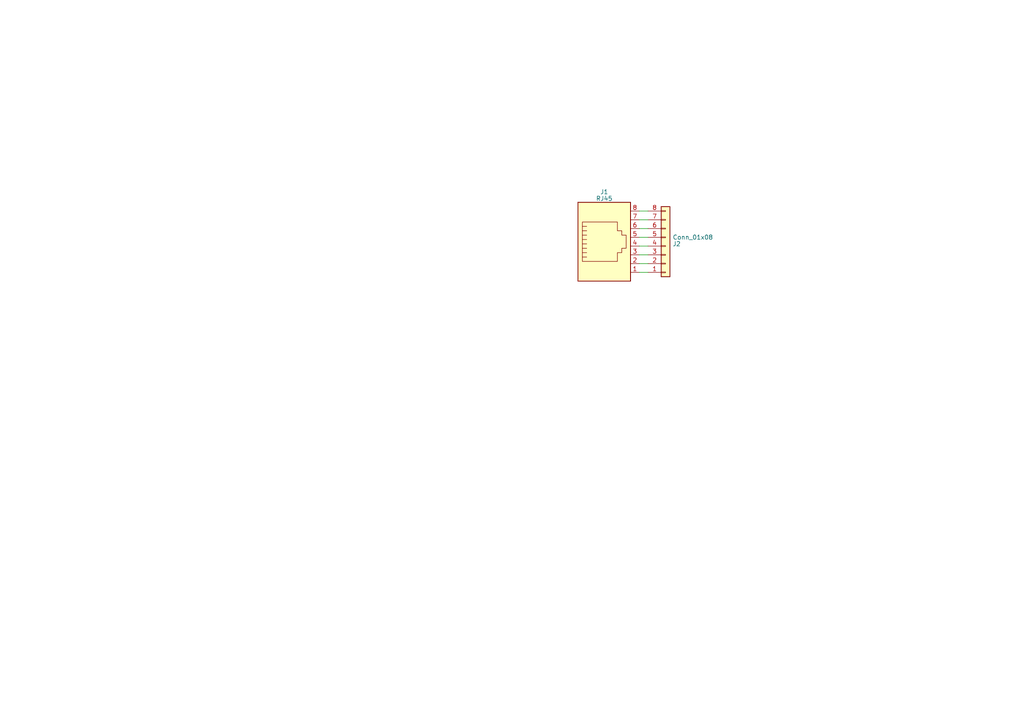
<source format=kicad_sch>
(kicad_sch (version 20230121) (generator eeschema)
  (paper "A4")
  (lib_symbols
    (symbol "Connector:RJ45" (pin_names (offset 1.016))
      (property "Reference" "J" (at -5.08 13.97 0))
      (property "Value" "RJ45" (at 2.54 13.97 0))
      (symbol "RJ45_0_1"
        (polyline (pts (xy -5.08 4.445) (xy -6.35 4.445)))
        (polyline (pts (xy -5.08 5.715) (xy -6.35 5.715)))
        (polyline (pts (xy -6.35 -3.175) (xy -5.08 -3.175) (xy -5.08 -3.175)))
        (polyline (pts (xy -6.35 -1.905) (xy -5.08 -1.905) (xy -5.08 -1.905)))
        (polyline (pts (xy -6.35 -0.635) (xy -5.08 -0.635) (xy -5.08 -0.635)))
        (polyline (pts (xy -6.35 0.635) (xy -5.08 0.635) (xy -5.08 0.635)))
        (polyline (pts (xy -6.35 1.905) (xy -5.08 1.905) (xy -5.08 1.905)))
        (polyline (pts (xy -5.08 3.175) (xy -6.35 3.175) (xy -6.35 3.175)))
        (polyline (pts (xy -6.35 -4.445) (xy -6.35 6.985) (xy 3.81 6.985) (xy 3.81 4.445) (xy 5.08 4.445) (xy 5.08 3.175) (xy 6.35 3.175) (xy 6.35 -0.635) (xy 5.08 -0.635) (xy 5.08 -1.905) (xy 3.81 -1.905) (xy 3.81 -4.445) (xy -6.35 -4.445) (xy -6.35 -4.445)))
        (rectangle (start 7.62 12.7) (end -7.62 -10.16) (stroke (width 0.254)) (fill (type background)))
      )
      (symbol "RJ45_1_1"
        (pin passive line (at 10.16 -7.62 180) (length 2.54) (name "~") (number "1"))
        (pin passive line (at 10.16 -5.08 180) (length 2.54) (name "~") (number "2"))
        (pin passive line (at 10.16 -2.54 180) (length 2.54) (name "~") (number "3"))
        (pin passive line (at 10.16 0 180) (length 2.54) (name "~") (number "4"))
        (pin passive line (at 10.16 2.54 180) (length 2.54) (name "~") (number "5"))
        (pin passive line (at 10.16 5.08 180) (length 2.54) (name "~") (number "6"))
        (pin passive line (at 10.16 7.62 180) (length 2.54) (name "~") (number "7"))
        (pin passive line (at 10.16 10.16 180) (length 2.54) (name "~") (number "8"))
      )
    )
    (symbol "Connector_Generic:Conn_01x08" (pin_names (offset 1.016) hide)
      (property "Reference" "J" (at 0 10.16 0))
      (property "Value" "Conn_01x08" (at 0 -12.7 0))
      (symbol "Conn_01x08_1_1"
        (rectangle (start -1.27 -10.033) (end 0 -10.287) (stroke (width 0.1524)))
        (rectangle (start -1.27 -7.493) (end 0 -7.747) (stroke (width 0.1524)))
        (rectangle (start -1.27 -4.953) (end 0 -5.207) (stroke (width 0.1524)))
        (rectangle (start -1.27 -2.413) (end 0 -2.667) (stroke (width 0.1524)))
        (rectangle (start -1.27 0.127) (end 0 -0.127) (stroke (width 0.1524)))
        (rectangle (start -1.27 2.667) (end 0 2.413) (stroke (width 0.1524)))
        (rectangle (start -1.27 5.207) (end 0 4.953) (stroke (width 0.1524)))
        (rectangle (start -1.27 7.747) (end 0 7.493) (stroke (width 0.1524)))
        (rectangle (start -1.27 8.89) (end 1.27 -11.43) (stroke (width 0.254)) (fill (type background)))
        (pin passive line (at -5.08 7.62 0) (length 3.81) (name "Pin_1") (number "1"))
        (pin passive line (at -5.08 5.08 0) (length 3.81) (name "Pin_2") (number "2"))
        (pin passive line (at -5.08 2.54 0) (length 3.81) (name "Pin_3") (number "3"))
        (pin passive line (at -5.08 0 0) (length 3.81) (name "Pin_4") (number "4"))
        (pin passive line (at -5.08 -2.54 0) (length 3.81) (name "Pin_5") (number "5"))
        (pin passive line (at -5.08 -5.08 0) (length 3.81) (name "Pin_6") (number "6"))
        (pin passive line (at -5.08 -7.62 0) (length 3.81) (name "Pin_7") (number "7"))
        (pin passive line (at -5.08 -10.16 0) (length 3.81) (name "Pin_8") (number "8"))
      )
    )
  )
  (wire (pts (xy 185.42 76.454) (xy 187.96 76.454)))
  (wire (pts (xy 185.42 78.994) (xy 187.96 78.994)))
  (wire (pts (xy 185.42 61.214) (xy 187.96 61.214)))
  (wire (pts (xy 185.42 66.294) (xy 187.96 66.294)))
  (wire (pts (xy 185.42 63.754) (xy 187.96 63.754)))
  (wire (pts (xy 185.42 68.834) (xy 187.96 68.834)))
  (wire (pts (xy 185.42 73.914) (xy 187.96 73.914)))
  (wire (pts (xy 185.42 71.374) (xy 187.96 71.374)))
  (symbol (lib_id "Connector:RJ45") (at 175.26 71.374 0) (unit 1)
    (property "Reference" "J1" (at 175.26 55.6641 0))
    (property "Value" "RJ45" (at 175.26 57.5851 0))
    (property "Footprint" "Connector_RJ:RJ45_Amphenol_54602-x08_Horizontal" (effects hide))
  )
  (symbol (lib_id "Connector_Generic:Conn_01x08") (at 193.04 71.374 0) (mirror x) (unit 1)
    (property "Reference" "J2" (at 195.072 70.7477 0) (effects (justify left)))
    (property "Value" "Conn_01x08" (at 195.072 68.8267 0) (effects (justify left)))
    (property "Footprint" "Connector_Molex:Molex_KK-396_5273-08A_1x08_P3.96mm_Vertical" (effects hide))
  )
)
</source>
